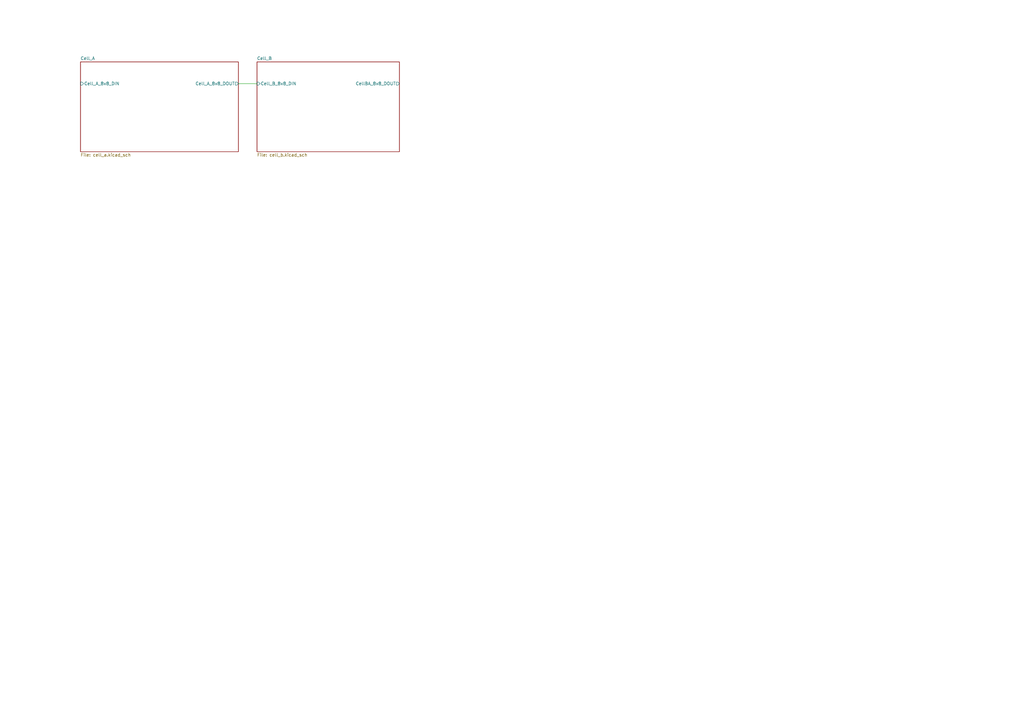
<source format=kicad_sch>
(kicad_sch
	(version 20250114)
	(generator "eeschema")
	(generator_version "9.0")
	(uuid "26e0a12d-3124-45d5-bebf-3fafe385178d")
	(paper "A3")
	(lib_symbols)
	(wire
		(pts
			(xy 97.79 34.29) (xy 105.41 34.29)
		)
		(stroke
			(width 0)
			(type default)
		)
		(uuid "b03f48fb-321c-4c27-be46-f41903dd34f3")
	)
	(sheet
		(at 105.41 25.4)
		(size 58.42 36.83)
		(exclude_from_sim no)
		(in_bom yes)
		(on_board yes)
		(dnp no)
		(fields_autoplaced yes)
		(stroke
			(width 0.1524)
			(type solid)
		)
		(fill
			(color 0 0 0 0.0000)
		)
		(uuid "97efcb90-c485-41cf-ba36-14344e7d6573")
		(property "Sheetname" "Cell_B"
			(at 105.41 24.6884 0)
			(effects
				(font
					(size 1.27 1.27)
				)
				(justify left bottom)
			)
		)
		(property "Sheetfile" "cell_b.kicad_sch"
			(at 105.41 62.8146 0)
			(effects
				(font
					(size 1.27 1.27)
				)
				(justify left top)
			)
		)
		(pin "CellBA_8x8_DOUT" output
			(at 163.83 34.29 0)
			(uuid "3fb15392-a2e9-41bb-a0c0-7f461f6ee369")
			(effects
				(font
					(size 1.27 1.27)
				)
				(justify right)
			)
		)
		(pin "Cell_B_8x8_DIN" input
			(at 105.41 34.29 180)
			(uuid "5f8c6277-5ea6-4b1b-a7fd-0d67695ce149")
			(effects
				(font
					(size 1.27 1.27)
				)
				(justify left)
			)
		)
		(instances
			(project "PCB_hat"
				(path "/26e0a12d-3124-45d5-bebf-3fafe385178d"
					(page "3")
				)
			)
		)
	)
	(sheet
		(at 33.02 25.4)
		(size 64.77 36.83)
		(exclude_from_sim no)
		(in_bom yes)
		(on_board yes)
		(dnp no)
		(fields_autoplaced yes)
		(stroke
			(width 0.1524)
			(type solid)
		)
		(fill
			(color 0 0 0 0.0000)
		)
		(uuid "ab07a3eb-8d22-4b39-ae15-e951abf0c911")
		(property "Sheetname" "Cell_A"
			(at 33.02 24.6884 0)
			(effects
				(font
					(size 1.27 1.27)
				)
				(justify left bottom)
			)
		)
		(property "Sheetfile" "cell_a.kicad_sch"
			(at 33.02 62.8146 0)
			(effects
				(font
					(size 1.27 1.27)
				)
				(justify left top)
			)
		)
		(property "Field2" ""
			(at 33.02 25.4 0)
			(effects
				(font
					(size 1.27 1.27)
				)
			)
		)
		(pin "Cell_A_8x8_DIN" input
			(at 33.02 34.29 180)
			(uuid "acb7eab2-571c-4e35-b9da-cd2d79b09f76")
			(effects
				(font
					(size 1.27 1.27)
				)
				(justify left)
			)
		)
		(pin "Cell_A_8x8_DOUT" output
			(at 97.79 34.29 0)
			(uuid "a6b2241c-b70f-4c75-9c5f-ed5ddf24263d")
			(effects
				(font
					(size 1.27 1.27)
				)
				(justify right)
			)
		)
		(instances
			(project "PCB_hat"
				(path "/26e0a12d-3124-45d5-bebf-3fafe385178d"
					(page "2")
				)
			)
		)
	)
	(sheet_instances
		(path "/"
			(page "1")
		)
	)
	(embedded_fonts no)
)

</source>
